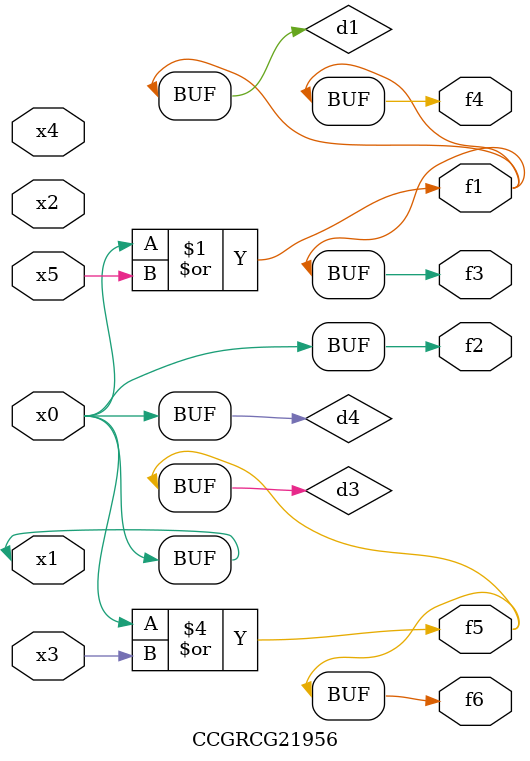
<source format=v>
module CCGRCG21956(
	input x0, x1, x2, x3, x4, x5,
	output f1, f2, f3, f4, f5, f6
);

	wire d1, d2, d3, d4;

	or (d1, x0, x5);
	xnor (d2, x1, x4);
	or (d3, x0, x3);
	buf (d4, x0, x1);
	assign f1 = d1;
	assign f2 = d4;
	assign f3 = d1;
	assign f4 = d1;
	assign f5 = d3;
	assign f6 = d3;
endmodule

</source>
